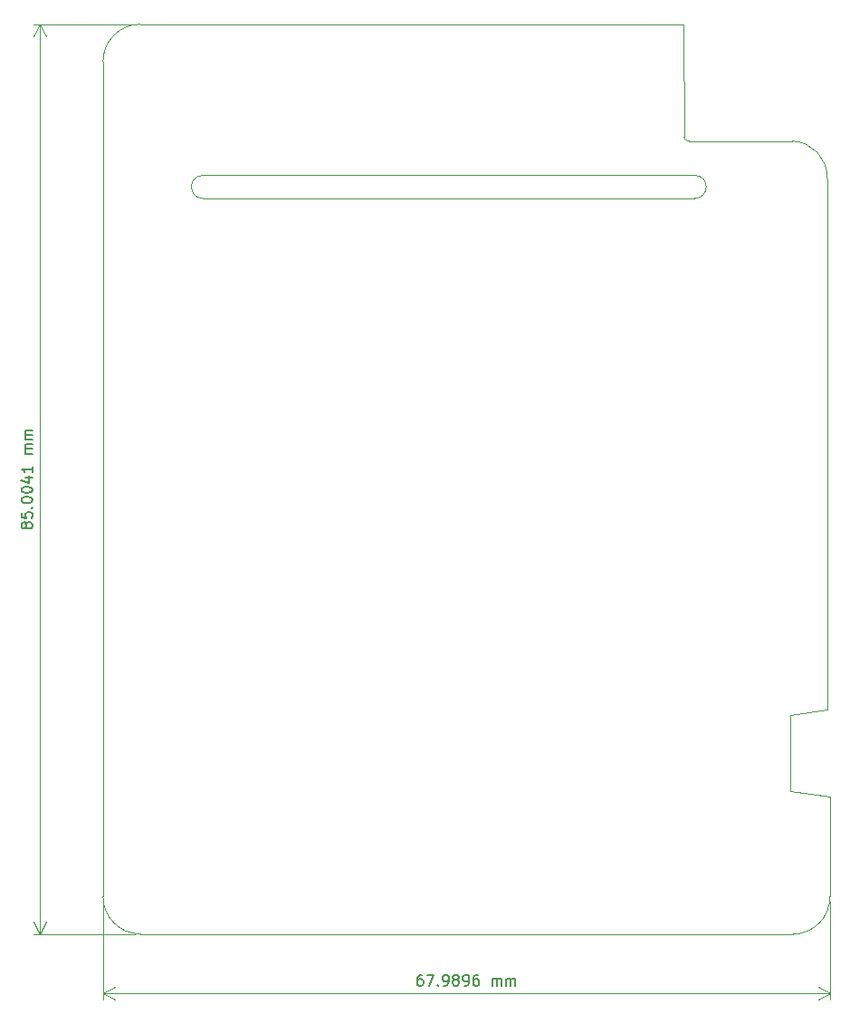
<source format=gbr>
%TF.GenerationSoftware,KiCad,Pcbnew,8.0.1*%
%TF.CreationDate,2024-12-13T12:15:52+05:30*%
%TF.ProjectId,GPIO HAT 1,4750494f-2048-4415-9420-312e6b696361,rev?*%
%TF.SameCoordinates,Original*%
%TF.FileFunction,Profile,NP*%
%FSLAX46Y46*%
G04 Gerber Fmt 4.6, Leading zero omitted, Abs format (unit mm)*
G04 Created by KiCad (PCBNEW 8.0.1) date 2024-12-13 12:15:52*
%MOMM*%
%LPD*%
G01*
G04 APERTURE LIST*
%ADD10C,0.150000*%
%TA.AperFunction,Profile*%
%ADD11C,0.050000*%
%TD*%
G04 APERTURE END LIST*
D10*
X69898790Y-107467490D02*
X69851171Y-107562728D01*
X69851171Y-107562728D02*
X69803552Y-107610347D01*
X69803552Y-107610347D02*
X69708314Y-107657966D01*
X69708314Y-107657966D02*
X69660695Y-107657966D01*
X69660695Y-107657966D02*
X69565457Y-107610347D01*
X69565457Y-107610347D02*
X69517838Y-107562728D01*
X69517838Y-107562728D02*
X69470219Y-107467490D01*
X69470219Y-107467490D02*
X69470219Y-107277014D01*
X69470219Y-107277014D02*
X69517838Y-107181776D01*
X69517838Y-107181776D02*
X69565457Y-107134157D01*
X69565457Y-107134157D02*
X69660695Y-107086538D01*
X69660695Y-107086538D02*
X69708314Y-107086538D01*
X69708314Y-107086538D02*
X69803552Y-107134157D01*
X69803552Y-107134157D02*
X69851171Y-107181776D01*
X69851171Y-107181776D02*
X69898790Y-107277014D01*
X69898790Y-107277014D02*
X69898790Y-107467490D01*
X69898790Y-107467490D02*
X69946409Y-107562728D01*
X69946409Y-107562728D02*
X69994028Y-107610347D01*
X69994028Y-107610347D02*
X70089266Y-107657966D01*
X70089266Y-107657966D02*
X70279742Y-107657966D01*
X70279742Y-107657966D02*
X70374980Y-107610347D01*
X70374980Y-107610347D02*
X70422600Y-107562728D01*
X70422600Y-107562728D02*
X70470219Y-107467490D01*
X70470219Y-107467490D02*
X70470219Y-107277014D01*
X70470219Y-107277014D02*
X70422600Y-107181776D01*
X70422600Y-107181776D02*
X70374980Y-107134157D01*
X70374980Y-107134157D02*
X70279742Y-107086538D01*
X70279742Y-107086538D02*
X70089266Y-107086538D01*
X70089266Y-107086538D02*
X69994028Y-107134157D01*
X69994028Y-107134157D02*
X69946409Y-107181776D01*
X69946409Y-107181776D02*
X69898790Y-107277014D01*
X69470219Y-106181776D02*
X69470219Y-106657966D01*
X69470219Y-106657966D02*
X69946409Y-106705585D01*
X69946409Y-106705585D02*
X69898790Y-106657966D01*
X69898790Y-106657966D02*
X69851171Y-106562728D01*
X69851171Y-106562728D02*
X69851171Y-106324633D01*
X69851171Y-106324633D02*
X69898790Y-106229395D01*
X69898790Y-106229395D02*
X69946409Y-106181776D01*
X69946409Y-106181776D02*
X70041647Y-106134157D01*
X70041647Y-106134157D02*
X70279742Y-106134157D01*
X70279742Y-106134157D02*
X70374980Y-106181776D01*
X70374980Y-106181776D02*
X70422600Y-106229395D01*
X70422600Y-106229395D02*
X70470219Y-106324633D01*
X70470219Y-106324633D02*
X70470219Y-106562728D01*
X70470219Y-106562728D02*
X70422600Y-106657966D01*
X70422600Y-106657966D02*
X70374980Y-106705585D01*
X70374980Y-105705585D02*
X70422600Y-105657966D01*
X70422600Y-105657966D02*
X70470219Y-105705585D01*
X70470219Y-105705585D02*
X70422600Y-105753204D01*
X70422600Y-105753204D02*
X70374980Y-105705585D01*
X70374980Y-105705585D02*
X70470219Y-105705585D01*
X69470219Y-105038919D02*
X69470219Y-104943681D01*
X69470219Y-104943681D02*
X69517838Y-104848443D01*
X69517838Y-104848443D02*
X69565457Y-104800824D01*
X69565457Y-104800824D02*
X69660695Y-104753205D01*
X69660695Y-104753205D02*
X69851171Y-104705586D01*
X69851171Y-104705586D02*
X70089266Y-104705586D01*
X70089266Y-104705586D02*
X70279742Y-104753205D01*
X70279742Y-104753205D02*
X70374980Y-104800824D01*
X70374980Y-104800824D02*
X70422600Y-104848443D01*
X70422600Y-104848443D02*
X70470219Y-104943681D01*
X70470219Y-104943681D02*
X70470219Y-105038919D01*
X70470219Y-105038919D02*
X70422600Y-105134157D01*
X70422600Y-105134157D02*
X70374980Y-105181776D01*
X70374980Y-105181776D02*
X70279742Y-105229395D01*
X70279742Y-105229395D02*
X70089266Y-105277014D01*
X70089266Y-105277014D02*
X69851171Y-105277014D01*
X69851171Y-105277014D02*
X69660695Y-105229395D01*
X69660695Y-105229395D02*
X69565457Y-105181776D01*
X69565457Y-105181776D02*
X69517838Y-105134157D01*
X69517838Y-105134157D02*
X69470219Y-105038919D01*
X69470219Y-104086538D02*
X69470219Y-103991300D01*
X69470219Y-103991300D02*
X69517838Y-103896062D01*
X69517838Y-103896062D02*
X69565457Y-103848443D01*
X69565457Y-103848443D02*
X69660695Y-103800824D01*
X69660695Y-103800824D02*
X69851171Y-103753205D01*
X69851171Y-103753205D02*
X70089266Y-103753205D01*
X70089266Y-103753205D02*
X70279742Y-103800824D01*
X70279742Y-103800824D02*
X70374980Y-103848443D01*
X70374980Y-103848443D02*
X70422600Y-103896062D01*
X70422600Y-103896062D02*
X70470219Y-103991300D01*
X70470219Y-103991300D02*
X70470219Y-104086538D01*
X70470219Y-104086538D02*
X70422600Y-104181776D01*
X70422600Y-104181776D02*
X70374980Y-104229395D01*
X70374980Y-104229395D02*
X70279742Y-104277014D01*
X70279742Y-104277014D02*
X70089266Y-104324633D01*
X70089266Y-104324633D02*
X69851171Y-104324633D01*
X69851171Y-104324633D02*
X69660695Y-104277014D01*
X69660695Y-104277014D02*
X69565457Y-104229395D01*
X69565457Y-104229395D02*
X69517838Y-104181776D01*
X69517838Y-104181776D02*
X69470219Y-104086538D01*
X69803552Y-102896062D02*
X70470219Y-102896062D01*
X69422600Y-103134157D02*
X70136885Y-103372252D01*
X70136885Y-103372252D02*
X70136885Y-102753205D01*
X70470219Y-101848443D02*
X70470219Y-102419871D01*
X70470219Y-102134157D02*
X69470219Y-102134157D01*
X69470219Y-102134157D02*
X69613076Y-102229395D01*
X69613076Y-102229395D02*
X69708314Y-102324633D01*
X69708314Y-102324633D02*
X69755933Y-102419871D01*
X70470219Y-100657966D02*
X69803552Y-100657966D01*
X69898790Y-100657966D02*
X69851171Y-100610347D01*
X69851171Y-100610347D02*
X69803552Y-100515109D01*
X69803552Y-100515109D02*
X69803552Y-100372252D01*
X69803552Y-100372252D02*
X69851171Y-100277014D01*
X69851171Y-100277014D02*
X69946409Y-100229395D01*
X69946409Y-100229395D02*
X70470219Y-100229395D01*
X69946409Y-100229395D02*
X69851171Y-100181776D01*
X69851171Y-100181776D02*
X69803552Y-100086538D01*
X69803552Y-100086538D02*
X69803552Y-99943681D01*
X69803552Y-99943681D02*
X69851171Y-99848442D01*
X69851171Y-99848442D02*
X69946409Y-99800823D01*
X69946409Y-99800823D02*
X70470219Y-99800823D01*
X70470219Y-99324633D02*
X69803552Y-99324633D01*
X69898790Y-99324633D02*
X69851171Y-99277014D01*
X69851171Y-99277014D02*
X69803552Y-99181776D01*
X69803552Y-99181776D02*
X69803552Y-99038919D01*
X69803552Y-99038919D02*
X69851171Y-98943681D01*
X69851171Y-98943681D02*
X69946409Y-98896062D01*
X69946409Y-98896062D02*
X70470219Y-98896062D01*
X69946409Y-98896062D02*
X69851171Y-98848443D01*
X69851171Y-98848443D02*
X69803552Y-98753205D01*
X69803552Y-98753205D02*
X69803552Y-98610348D01*
X69803552Y-98610348D02*
X69851171Y-98515109D01*
X69851171Y-98515109D02*
X69946409Y-98467490D01*
X69946409Y-98467490D02*
X70470219Y-98467490D01*
D11*
X80095050Y-145540990D02*
X70578980Y-145540990D01*
X70578980Y-60536850D02*
X80088890Y-60536850D01*
X71165400Y-145540990D02*
X71165400Y-60536850D01*
X71165400Y-145540990D02*
X71165400Y-60536850D01*
X71165400Y-145540990D02*
X70578979Y-144414486D01*
X71165400Y-145540990D02*
X71751821Y-144414486D01*
X71165400Y-60536850D02*
X71751821Y-61663354D01*
X71165400Y-60536850D02*
X70578979Y-61663354D01*
D10*
X106946996Y-149365519D02*
X106756520Y-149365519D01*
X106756520Y-149365519D02*
X106661282Y-149413138D01*
X106661282Y-149413138D02*
X106613663Y-149460757D01*
X106613663Y-149460757D02*
X106518425Y-149603614D01*
X106518425Y-149603614D02*
X106470806Y-149794090D01*
X106470806Y-149794090D02*
X106470806Y-150175042D01*
X106470806Y-150175042D02*
X106518425Y-150270280D01*
X106518425Y-150270280D02*
X106566044Y-150317900D01*
X106566044Y-150317900D02*
X106661282Y-150365519D01*
X106661282Y-150365519D02*
X106851758Y-150365519D01*
X106851758Y-150365519D02*
X106946996Y-150317900D01*
X106946996Y-150317900D02*
X106994615Y-150270280D01*
X106994615Y-150270280D02*
X107042234Y-150175042D01*
X107042234Y-150175042D02*
X107042234Y-149936947D01*
X107042234Y-149936947D02*
X106994615Y-149841709D01*
X106994615Y-149841709D02*
X106946996Y-149794090D01*
X106946996Y-149794090D02*
X106851758Y-149746471D01*
X106851758Y-149746471D02*
X106661282Y-149746471D01*
X106661282Y-149746471D02*
X106566044Y-149794090D01*
X106566044Y-149794090D02*
X106518425Y-149841709D01*
X106518425Y-149841709D02*
X106470806Y-149936947D01*
X107375568Y-149365519D02*
X108042234Y-149365519D01*
X108042234Y-149365519D02*
X107613663Y-150365519D01*
X108423187Y-150270280D02*
X108470806Y-150317900D01*
X108470806Y-150317900D02*
X108423187Y-150365519D01*
X108423187Y-150365519D02*
X108375568Y-150317900D01*
X108375568Y-150317900D02*
X108423187Y-150270280D01*
X108423187Y-150270280D02*
X108423187Y-150365519D01*
X108946996Y-150365519D02*
X109137472Y-150365519D01*
X109137472Y-150365519D02*
X109232710Y-150317900D01*
X109232710Y-150317900D02*
X109280329Y-150270280D01*
X109280329Y-150270280D02*
X109375567Y-150127423D01*
X109375567Y-150127423D02*
X109423186Y-149936947D01*
X109423186Y-149936947D02*
X109423186Y-149555995D01*
X109423186Y-149555995D02*
X109375567Y-149460757D01*
X109375567Y-149460757D02*
X109327948Y-149413138D01*
X109327948Y-149413138D02*
X109232710Y-149365519D01*
X109232710Y-149365519D02*
X109042234Y-149365519D01*
X109042234Y-149365519D02*
X108946996Y-149413138D01*
X108946996Y-149413138D02*
X108899377Y-149460757D01*
X108899377Y-149460757D02*
X108851758Y-149555995D01*
X108851758Y-149555995D02*
X108851758Y-149794090D01*
X108851758Y-149794090D02*
X108899377Y-149889328D01*
X108899377Y-149889328D02*
X108946996Y-149936947D01*
X108946996Y-149936947D02*
X109042234Y-149984566D01*
X109042234Y-149984566D02*
X109232710Y-149984566D01*
X109232710Y-149984566D02*
X109327948Y-149936947D01*
X109327948Y-149936947D02*
X109375567Y-149889328D01*
X109375567Y-149889328D02*
X109423186Y-149794090D01*
X109994615Y-149794090D02*
X109899377Y-149746471D01*
X109899377Y-149746471D02*
X109851758Y-149698852D01*
X109851758Y-149698852D02*
X109804139Y-149603614D01*
X109804139Y-149603614D02*
X109804139Y-149555995D01*
X109804139Y-149555995D02*
X109851758Y-149460757D01*
X109851758Y-149460757D02*
X109899377Y-149413138D01*
X109899377Y-149413138D02*
X109994615Y-149365519D01*
X109994615Y-149365519D02*
X110185091Y-149365519D01*
X110185091Y-149365519D02*
X110280329Y-149413138D01*
X110280329Y-149413138D02*
X110327948Y-149460757D01*
X110327948Y-149460757D02*
X110375567Y-149555995D01*
X110375567Y-149555995D02*
X110375567Y-149603614D01*
X110375567Y-149603614D02*
X110327948Y-149698852D01*
X110327948Y-149698852D02*
X110280329Y-149746471D01*
X110280329Y-149746471D02*
X110185091Y-149794090D01*
X110185091Y-149794090D02*
X109994615Y-149794090D01*
X109994615Y-149794090D02*
X109899377Y-149841709D01*
X109899377Y-149841709D02*
X109851758Y-149889328D01*
X109851758Y-149889328D02*
X109804139Y-149984566D01*
X109804139Y-149984566D02*
X109804139Y-150175042D01*
X109804139Y-150175042D02*
X109851758Y-150270280D01*
X109851758Y-150270280D02*
X109899377Y-150317900D01*
X109899377Y-150317900D02*
X109994615Y-150365519D01*
X109994615Y-150365519D02*
X110185091Y-150365519D01*
X110185091Y-150365519D02*
X110280329Y-150317900D01*
X110280329Y-150317900D02*
X110327948Y-150270280D01*
X110327948Y-150270280D02*
X110375567Y-150175042D01*
X110375567Y-150175042D02*
X110375567Y-149984566D01*
X110375567Y-149984566D02*
X110327948Y-149889328D01*
X110327948Y-149889328D02*
X110280329Y-149841709D01*
X110280329Y-149841709D02*
X110185091Y-149794090D01*
X110851758Y-150365519D02*
X111042234Y-150365519D01*
X111042234Y-150365519D02*
X111137472Y-150317900D01*
X111137472Y-150317900D02*
X111185091Y-150270280D01*
X111185091Y-150270280D02*
X111280329Y-150127423D01*
X111280329Y-150127423D02*
X111327948Y-149936947D01*
X111327948Y-149936947D02*
X111327948Y-149555995D01*
X111327948Y-149555995D02*
X111280329Y-149460757D01*
X111280329Y-149460757D02*
X111232710Y-149413138D01*
X111232710Y-149413138D02*
X111137472Y-149365519D01*
X111137472Y-149365519D02*
X110946996Y-149365519D01*
X110946996Y-149365519D02*
X110851758Y-149413138D01*
X110851758Y-149413138D02*
X110804139Y-149460757D01*
X110804139Y-149460757D02*
X110756520Y-149555995D01*
X110756520Y-149555995D02*
X110756520Y-149794090D01*
X110756520Y-149794090D02*
X110804139Y-149889328D01*
X110804139Y-149889328D02*
X110851758Y-149936947D01*
X110851758Y-149936947D02*
X110946996Y-149984566D01*
X110946996Y-149984566D02*
X111137472Y-149984566D01*
X111137472Y-149984566D02*
X111232710Y-149936947D01*
X111232710Y-149936947D02*
X111280329Y-149889328D01*
X111280329Y-149889328D02*
X111327948Y-149794090D01*
X112185091Y-149365519D02*
X111994615Y-149365519D01*
X111994615Y-149365519D02*
X111899377Y-149413138D01*
X111899377Y-149413138D02*
X111851758Y-149460757D01*
X111851758Y-149460757D02*
X111756520Y-149603614D01*
X111756520Y-149603614D02*
X111708901Y-149794090D01*
X111708901Y-149794090D02*
X111708901Y-150175042D01*
X111708901Y-150175042D02*
X111756520Y-150270280D01*
X111756520Y-150270280D02*
X111804139Y-150317900D01*
X111804139Y-150317900D02*
X111899377Y-150365519D01*
X111899377Y-150365519D02*
X112089853Y-150365519D01*
X112089853Y-150365519D02*
X112185091Y-150317900D01*
X112185091Y-150317900D02*
X112232710Y-150270280D01*
X112232710Y-150270280D02*
X112280329Y-150175042D01*
X112280329Y-150175042D02*
X112280329Y-149936947D01*
X112280329Y-149936947D02*
X112232710Y-149841709D01*
X112232710Y-149841709D02*
X112185091Y-149794090D01*
X112185091Y-149794090D02*
X112089853Y-149746471D01*
X112089853Y-149746471D02*
X111899377Y-149746471D01*
X111899377Y-149746471D02*
X111804139Y-149794090D01*
X111804139Y-149794090D02*
X111756520Y-149841709D01*
X111756520Y-149841709D02*
X111708901Y-149936947D01*
X113470806Y-150365519D02*
X113470806Y-149698852D01*
X113470806Y-149794090D02*
X113518425Y-149746471D01*
X113518425Y-149746471D02*
X113613663Y-149698852D01*
X113613663Y-149698852D02*
X113756520Y-149698852D01*
X113756520Y-149698852D02*
X113851758Y-149746471D01*
X113851758Y-149746471D02*
X113899377Y-149841709D01*
X113899377Y-149841709D02*
X113899377Y-150365519D01*
X113899377Y-149841709D02*
X113946996Y-149746471D01*
X113946996Y-149746471D02*
X114042234Y-149698852D01*
X114042234Y-149698852D02*
X114185091Y-149698852D01*
X114185091Y-149698852D02*
X114280330Y-149746471D01*
X114280330Y-149746471D02*
X114327949Y-149841709D01*
X114327949Y-149841709D02*
X114327949Y-150365519D01*
X114804139Y-150365519D02*
X114804139Y-149698852D01*
X114804139Y-149794090D02*
X114851758Y-149746471D01*
X114851758Y-149746471D02*
X114946996Y-149698852D01*
X114946996Y-149698852D02*
X115089853Y-149698852D01*
X115089853Y-149698852D02*
X115185091Y-149746471D01*
X115185091Y-149746471D02*
X115232710Y-149841709D01*
X115232710Y-149841709D02*
X115232710Y-150365519D01*
X115232710Y-149841709D02*
X115280329Y-149746471D01*
X115280329Y-149746471D02*
X115375567Y-149698852D01*
X115375567Y-149698852D02*
X115518424Y-149698852D01*
X115518424Y-149698852D02*
X115613663Y-149746471D01*
X115613663Y-149746471D02*
X115661282Y-149841709D01*
X115661282Y-149841709D02*
X115661282Y-150365519D01*
D11*
X77095050Y-142540990D02*
X77095050Y-151647120D01*
X145084655Y-151647120D02*
X145084655Y-142555128D01*
X77095050Y-151060700D02*
X145084655Y-151060700D01*
X77095050Y-151060700D02*
X145084655Y-151060700D01*
X77095050Y-151060700D02*
X78221554Y-150474279D01*
X77095050Y-151060700D02*
X78221554Y-151647121D01*
X145084655Y-151060700D02*
X143958151Y-151647121D01*
X145084655Y-151060700D02*
X143958151Y-150474279D01*
X86431200Y-76803900D02*
G75*
G02*
X86431200Y-74660500I0J1071700D01*
G01*
X141371400Y-125122800D02*
X141371400Y-132184000D01*
X80595050Y-145540990D02*
G75*
G02*
X77095010Y-142040990I-50J3499990D01*
G01*
X145079800Y-132742800D02*
X145084655Y-142055128D01*
X131897539Y-71452572D02*
G75*
G02*
X131420959Y-71090779I-27039J459172D01*
G01*
X80588890Y-60536850D02*
X131414600Y-60530600D01*
X132431200Y-74660400D02*
G75*
G02*
X132431200Y-76814000I0J-1076800D01*
G01*
X145084655Y-142055128D02*
G75*
G02*
X141603325Y-145554855I-3490555J-9172D01*
G01*
X141603325Y-145554886D02*
X80595050Y-145540990D01*
X141371400Y-125122800D02*
X144825800Y-124564000D01*
X144825800Y-124564000D02*
X144825800Y-74955400D01*
X141371400Y-132184000D02*
X145079800Y-132742800D01*
X141549200Y-71450201D02*
G75*
G02*
X144825799Y-74955400I-114300J-3390899D01*
G01*
X132431200Y-74660400D02*
X86431200Y-74660400D01*
X131420964Y-71090778D02*
X131414600Y-60530600D01*
X141549200Y-71450200D02*
X131897539Y-71452572D01*
X86431200Y-76803900D02*
X132431200Y-76813900D01*
X77088890Y-64036850D02*
G75*
G02*
X80588890Y-60536850I3500000J0D01*
G01*
X77095050Y-142040990D02*
X77088890Y-64036850D01*
M02*

</source>
